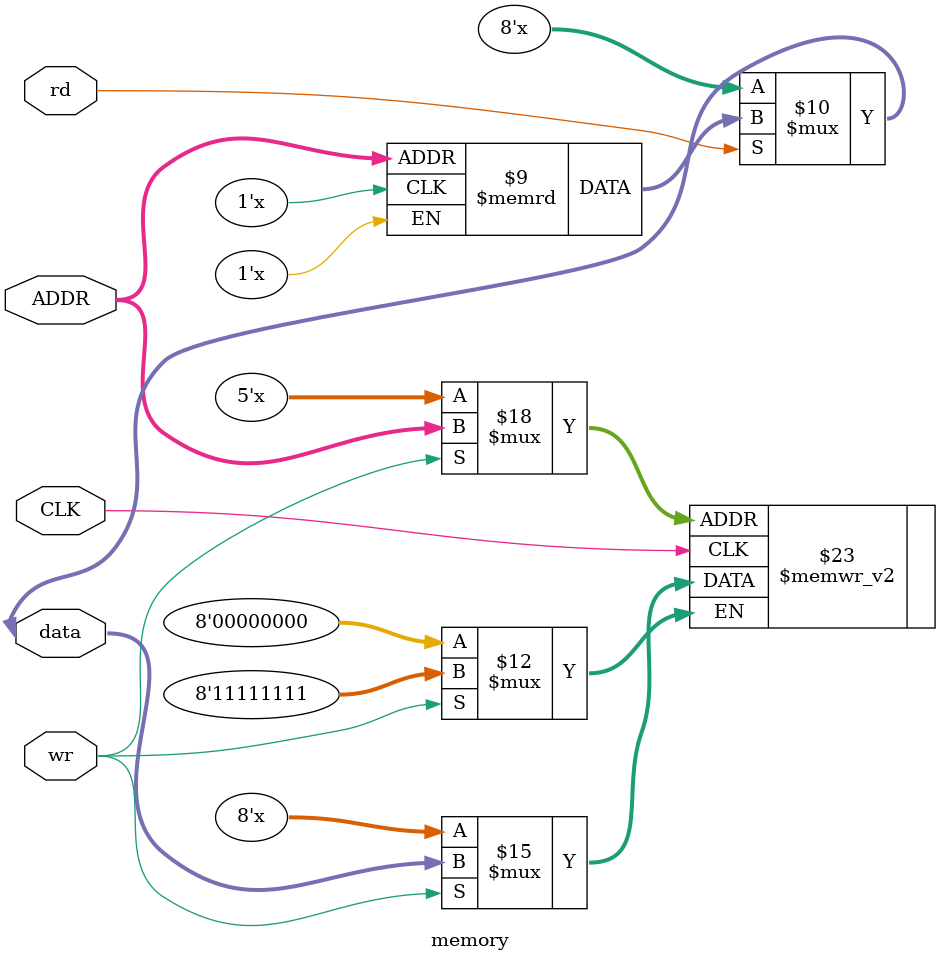
<source format=v>
module memory #(parameter AWIDTH = 5 , DWIDTH =8)
( 
    input wire [AWIDTH-1:0] ADDR,
    input wire CLK,wr,rd,
    inout wire [DWIDTH-1:0] data

);

reg [DWIDTH-1:0] array [31:0];
//write
always @(posedge CLK)
  begin
  if (wr)
  array[ADDR] <= data;
  end

//read
assign data = (rd) ? array[ADDR] : {DWIDTH{1'bz}}; 

endmodule      
</source>
